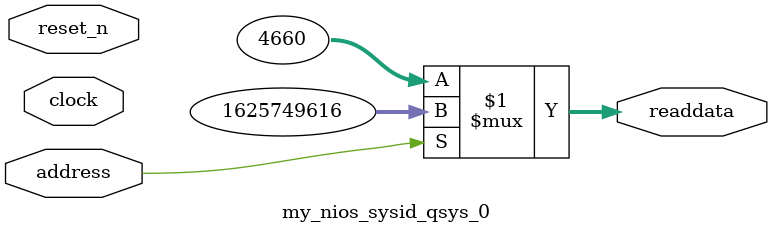
<source format=v>



// synthesis translate_off
`timescale 1ns / 1ps
// synthesis translate_on

// turn off superfluous verilog processor warnings 
// altera message_level Level1 
// altera message_off 10034 10035 10036 10037 10230 10240 10030 

module my_nios_sysid_qsys_0 (
               // inputs:
                address,
                clock,
                reset_n,

               // outputs:
                readdata
             )
;

  output  [ 31: 0] readdata;
  input            address;
  input            clock;
  input            reset_n;

  wire    [ 31: 0] readdata;
  //control_slave, which is an e_avalon_slave
  assign readdata = address ? 1625749616 : 4660;

endmodule



</source>
